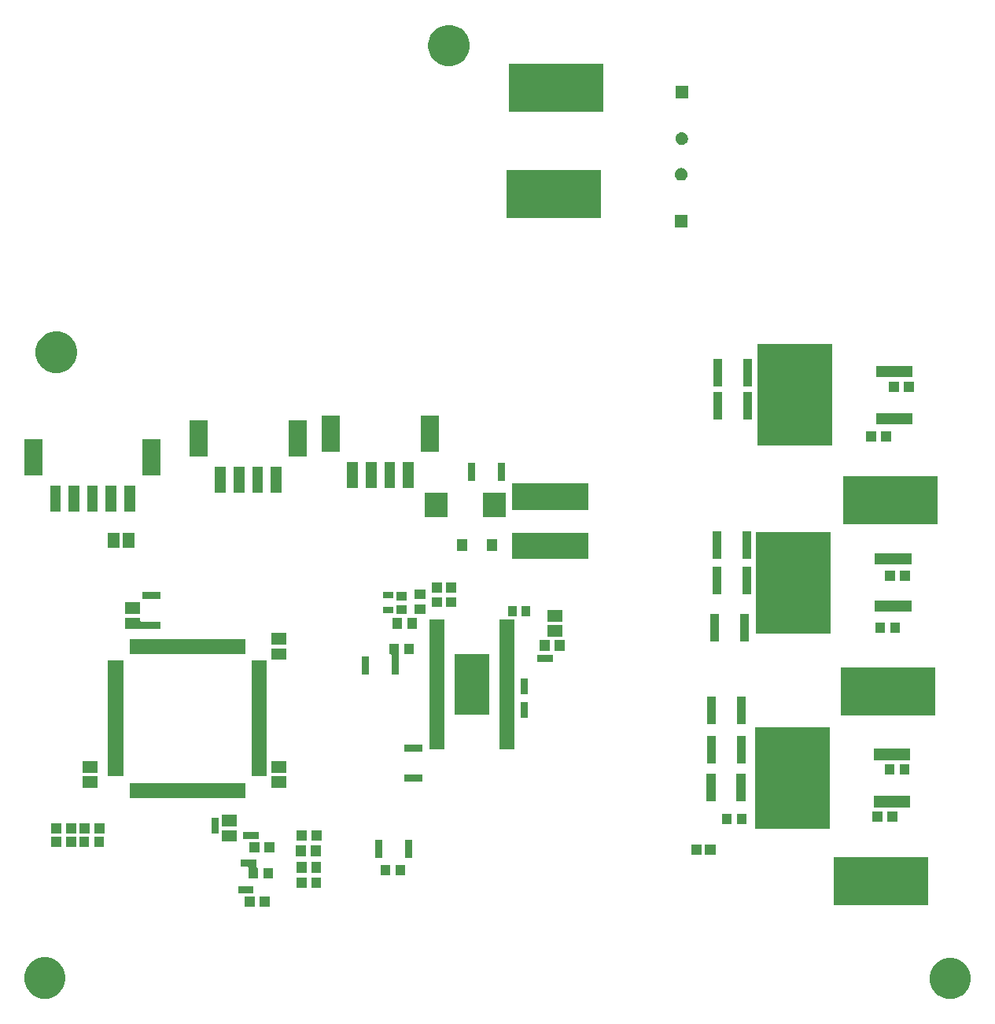
<source format=gbr>
G04 #@! TF.GenerationSoftware,KiCad,Pcbnew,5.1.4-e60b266~84~ubuntu19.04.1*
G04 #@! TF.CreationDate,2019-10-16T08:44:26-04:00*
G04 #@! TF.ProjectId,DSC_motor_controller,4453435f-6d6f-4746-9f72-5f636f6e7472,1*
G04 #@! TF.SameCoordinates,Original*
G04 #@! TF.FileFunction,Soldermask,Top*
G04 #@! TF.FilePolarity,Negative*
%FSLAX46Y46*%
G04 Gerber Fmt 4.6, Leading zero omitted, Abs format (unit mm)*
G04 Created by KiCad (PCBNEW 5.1.4-e60b266~84~ubuntu19.04.1) date 2019-10-16 08:44:26*
%MOMM*%
%LPD*%
G04 APERTURE LIST*
%ADD10C,0.100000*%
G04 APERTURE END LIST*
D10*
G36*
X186222841Y-136934458D02*
G01*
X186599359Y-137009351D01*
X187004501Y-137177167D01*
X187369120Y-137420797D01*
X187679203Y-137730880D01*
X187922833Y-138095499D01*
X188090649Y-138500641D01*
X188176200Y-138930738D01*
X188176200Y-139369262D01*
X188090649Y-139799359D01*
X187922833Y-140204501D01*
X187679203Y-140569120D01*
X187369120Y-140879203D01*
X187004501Y-141122833D01*
X186599359Y-141290649D01*
X186222841Y-141365542D01*
X186169263Y-141376200D01*
X185730737Y-141376200D01*
X185677159Y-141365542D01*
X185300641Y-141290649D01*
X184895499Y-141122833D01*
X184530880Y-140879203D01*
X184220797Y-140569120D01*
X183977167Y-140204501D01*
X183809351Y-139799359D01*
X183723800Y-139369262D01*
X183723800Y-138930738D01*
X183809351Y-138500641D01*
X183977167Y-138095499D01*
X184220797Y-137730880D01*
X184530880Y-137420797D01*
X184895499Y-137177167D01*
X185300641Y-137009351D01*
X185677159Y-136934458D01*
X185730737Y-136923800D01*
X186169263Y-136923800D01*
X186222841Y-136934458D01*
X186222841Y-136934458D01*
G37*
G36*
X88772841Y-136884458D02*
G01*
X89149359Y-136959351D01*
X89554501Y-137127167D01*
X89919120Y-137370797D01*
X90229203Y-137680880D01*
X90472833Y-138045499D01*
X90640649Y-138450641D01*
X90726200Y-138880738D01*
X90726200Y-139319262D01*
X90640649Y-139749359D01*
X90472833Y-140154501D01*
X90229203Y-140519120D01*
X89919120Y-140829203D01*
X89554501Y-141072833D01*
X89149359Y-141240649D01*
X88772841Y-141315542D01*
X88719263Y-141326200D01*
X88280737Y-141326200D01*
X88227159Y-141315542D01*
X87850641Y-141240649D01*
X87445499Y-141072833D01*
X87080880Y-140829203D01*
X86770797Y-140519120D01*
X86527167Y-140154501D01*
X86359351Y-139749359D01*
X86273800Y-139319262D01*
X86273800Y-138880738D01*
X86359351Y-138450641D01*
X86527167Y-138045499D01*
X86770797Y-137680880D01*
X87080880Y-137370797D01*
X87445499Y-137127167D01*
X87850641Y-136959351D01*
X88227159Y-136884458D01*
X88280737Y-136873800D01*
X88719263Y-136873800D01*
X88772841Y-136884458D01*
X88772841Y-136884458D01*
G37*
G36*
X111095200Y-131446200D02*
G01*
X110042800Y-131446200D01*
X110042800Y-130293800D01*
X111095200Y-130293800D01*
X111095200Y-131446200D01*
X111095200Y-131446200D01*
G37*
G36*
X112695200Y-131446200D02*
G01*
X111642800Y-131446200D01*
X111642800Y-130293800D01*
X112695200Y-130293800D01*
X112695200Y-131446200D01*
X112695200Y-131446200D01*
G37*
G36*
X183602700Y-131287200D02*
G01*
X173450300Y-131287200D01*
X173450300Y-126134800D01*
X183602700Y-126134800D01*
X183602700Y-131287200D01*
X183602700Y-131287200D01*
G37*
G36*
X110973200Y-129986200D02*
G01*
X109300800Y-129986200D01*
X109300800Y-129213800D01*
X110973200Y-129213800D01*
X110973200Y-129986200D01*
X110973200Y-129986200D01*
G37*
G36*
X116657700Y-129414200D02*
G01*
X115605300Y-129414200D01*
X115605300Y-128261800D01*
X116657700Y-128261800D01*
X116657700Y-129414200D01*
X116657700Y-129414200D01*
G37*
G36*
X118257700Y-129414200D02*
G01*
X117205300Y-129414200D01*
X117205300Y-128261800D01*
X118257700Y-128261800D01*
X118257700Y-129414200D01*
X118257700Y-129414200D01*
G37*
G36*
X113050700Y-128398200D02*
G01*
X111998300Y-128398200D01*
X111998300Y-127245800D01*
X113050700Y-127245800D01*
X113050700Y-128398200D01*
X113050700Y-128398200D01*
G37*
G36*
X111290700Y-127120801D02*
G01*
X111293102Y-127145187D01*
X111300215Y-127168636D01*
X111311766Y-127190247D01*
X111327311Y-127209189D01*
X111346253Y-127224734D01*
X111367864Y-127236285D01*
X111391313Y-127243398D01*
X111415699Y-127245800D01*
X111450700Y-127245800D01*
X111450700Y-128398200D01*
X110398300Y-128398200D01*
X110398300Y-127266399D01*
X110395898Y-127242013D01*
X110388785Y-127218564D01*
X110377234Y-127196953D01*
X110361689Y-127178011D01*
X110342747Y-127162466D01*
X110321136Y-127150915D01*
X110297687Y-127143802D01*
X110273301Y-127141400D01*
X109618300Y-127141400D01*
X109618300Y-126369000D01*
X111290700Y-126369000D01*
X111290700Y-127120801D01*
X111290700Y-127120801D01*
G37*
G36*
X125674700Y-128080700D02*
G01*
X124622300Y-128080700D01*
X124622300Y-126928300D01*
X125674700Y-126928300D01*
X125674700Y-128080700D01*
X125674700Y-128080700D01*
G37*
G36*
X127274700Y-128080700D02*
G01*
X126222300Y-128080700D01*
X126222300Y-126928300D01*
X127274700Y-126928300D01*
X127274700Y-128080700D01*
X127274700Y-128080700D01*
G37*
G36*
X118257700Y-127763200D02*
G01*
X117205300Y-127763200D01*
X117205300Y-126610800D01*
X118257700Y-126610800D01*
X118257700Y-127763200D01*
X118257700Y-127763200D01*
G37*
G36*
X116657700Y-127763200D02*
G01*
X115605300Y-127763200D01*
X115605300Y-126610800D01*
X116657700Y-126610800D01*
X116657700Y-127763200D01*
X116657700Y-127763200D01*
G37*
G36*
X128061700Y-126204700D02*
G01*
X127289300Y-126204700D01*
X127289300Y-124232300D01*
X128061700Y-124232300D01*
X128061700Y-126204700D01*
X128061700Y-126204700D01*
G37*
G36*
X124861700Y-126204700D02*
G01*
X124089300Y-126204700D01*
X124089300Y-124232300D01*
X124861700Y-124232300D01*
X124861700Y-126204700D01*
X124861700Y-126204700D01*
G37*
G36*
X118194200Y-125985200D02*
G01*
X117141800Y-125985200D01*
X117141800Y-124832800D01*
X118194200Y-124832800D01*
X118194200Y-125985200D01*
X118194200Y-125985200D01*
G37*
G36*
X116594200Y-125985200D02*
G01*
X115541800Y-125985200D01*
X115541800Y-124832800D01*
X116594200Y-124832800D01*
X116594200Y-125985200D01*
X116594200Y-125985200D01*
G37*
G36*
X159227200Y-125858200D02*
G01*
X158074800Y-125858200D01*
X158074800Y-124705800D01*
X159227200Y-124705800D01*
X159227200Y-125858200D01*
X159227200Y-125858200D01*
G37*
G36*
X160727200Y-125858200D02*
G01*
X159574800Y-125858200D01*
X159574800Y-124705800D01*
X160727200Y-124705800D01*
X160727200Y-125858200D01*
X160727200Y-125858200D01*
G37*
G36*
X111603200Y-125604200D02*
G01*
X110550800Y-125604200D01*
X110550800Y-124451800D01*
X111603200Y-124451800D01*
X111603200Y-125604200D01*
X111603200Y-125604200D01*
G37*
G36*
X113203200Y-125604200D02*
G01*
X112150800Y-125604200D01*
X112150800Y-124451800D01*
X113203200Y-124451800D01*
X113203200Y-125604200D01*
X113203200Y-125604200D01*
G37*
G36*
X91867200Y-125035308D02*
G01*
X90814800Y-125035308D01*
X90814800Y-123882908D01*
X91867200Y-123882908D01*
X91867200Y-125035308D01*
X91867200Y-125035308D01*
G37*
G36*
X90267200Y-125035308D02*
G01*
X89214800Y-125035308D01*
X89214800Y-123882908D01*
X90267200Y-123882908D01*
X90267200Y-125035308D01*
X90267200Y-125035308D01*
G37*
G36*
X93274697Y-125010308D02*
G01*
X92222297Y-125010308D01*
X92222297Y-123907908D01*
X93274697Y-123907908D01*
X93274697Y-125010308D01*
X93274697Y-125010308D01*
G37*
G36*
X94874697Y-125010308D02*
G01*
X93822297Y-125010308D01*
X93822297Y-123907908D01*
X94874697Y-123907908D01*
X94874697Y-125010308D01*
X94874697Y-125010308D01*
G37*
G36*
X109170200Y-124432200D02*
G01*
X107547800Y-124432200D01*
X107547800Y-123179800D01*
X109170200Y-123179800D01*
X109170200Y-124432200D01*
X109170200Y-124432200D01*
G37*
G36*
X116683200Y-124334200D02*
G01*
X115630800Y-124334200D01*
X115630800Y-123181800D01*
X116683200Y-123181800D01*
X116683200Y-124334200D01*
X116683200Y-124334200D01*
G37*
G36*
X118283200Y-124334200D02*
G01*
X117230800Y-124334200D01*
X117230800Y-123181800D01*
X118283200Y-123181800D01*
X118283200Y-124334200D01*
X118283200Y-124334200D01*
G37*
G36*
X111529200Y-124144200D02*
G01*
X109856800Y-124144200D01*
X109856800Y-123371800D01*
X111529200Y-123371800D01*
X111529200Y-124144200D01*
X111529200Y-124144200D01*
G37*
G36*
X90267200Y-123572200D02*
G01*
X89214800Y-123572200D01*
X89214800Y-122419800D01*
X90267200Y-122419800D01*
X90267200Y-123572200D01*
X90267200Y-123572200D01*
G37*
G36*
X91867200Y-123572200D02*
G01*
X90814800Y-123572200D01*
X90814800Y-122419800D01*
X91867200Y-122419800D01*
X91867200Y-123572200D01*
X91867200Y-123572200D01*
G37*
G36*
X94915200Y-123547200D02*
G01*
X93862800Y-123547200D01*
X93862800Y-122444800D01*
X94915200Y-122444800D01*
X94915200Y-123547200D01*
X94915200Y-123547200D01*
G37*
G36*
X93315200Y-123547200D02*
G01*
X92262800Y-123547200D01*
X92262800Y-122444800D01*
X93315200Y-122444800D01*
X93315200Y-123547200D01*
X93315200Y-123547200D01*
G37*
G36*
X107221200Y-123530200D02*
G01*
X106448800Y-123530200D01*
X106448800Y-121857800D01*
X107221200Y-121857800D01*
X107221200Y-123530200D01*
X107221200Y-123530200D01*
G37*
G36*
X172964200Y-123049700D02*
G01*
X164911800Y-123049700D01*
X164911800Y-112147300D01*
X172964200Y-112147300D01*
X172964200Y-123049700D01*
X172964200Y-123049700D01*
G37*
G36*
X109170200Y-122812200D02*
G01*
X107547800Y-122812200D01*
X107547800Y-121559800D01*
X109170200Y-121559800D01*
X109170200Y-122812200D01*
X109170200Y-122812200D01*
G37*
G36*
X164041200Y-122556200D02*
G01*
X162988800Y-122556200D01*
X162988800Y-121403800D01*
X164041200Y-121403800D01*
X164041200Y-122556200D01*
X164041200Y-122556200D01*
G37*
G36*
X162441200Y-122556200D02*
G01*
X161388800Y-122556200D01*
X161388800Y-121403800D01*
X162441200Y-121403800D01*
X162441200Y-122556200D01*
X162441200Y-122556200D01*
G37*
G36*
X180259200Y-122302200D02*
G01*
X179206800Y-122302200D01*
X179206800Y-121149800D01*
X180259200Y-121149800D01*
X180259200Y-122302200D01*
X180259200Y-122302200D01*
G37*
G36*
X178659200Y-122302200D02*
G01*
X177606800Y-122302200D01*
X177606800Y-121149800D01*
X178659200Y-121149800D01*
X178659200Y-122302200D01*
X178659200Y-122302200D01*
G37*
G36*
X181664200Y-120739700D02*
G01*
X177711800Y-120739700D01*
X177711800Y-119537300D01*
X181664200Y-119537300D01*
X181664200Y-120739700D01*
X181664200Y-120739700D01*
G37*
G36*
X163907200Y-120100700D02*
G01*
X162944800Y-120100700D01*
X162944800Y-117128300D01*
X163907200Y-117128300D01*
X163907200Y-120100700D01*
X163907200Y-120100700D01*
G37*
G36*
X160707200Y-120100700D02*
G01*
X159744800Y-120100700D01*
X159744800Y-117128300D01*
X160707200Y-117128300D01*
X160707200Y-120100700D01*
X160707200Y-120100700D01*
G37*
G36*
X110076700Y-119736700D02*
G01*
X97624300Y-119736700D01*
X97624300Y-118109300D01*
X110076700Y-118109300D01*
X110076700Y-119736700D01*
X110076700Y-119736700D01*
G37*
G36*
X114504200Y-118638200D02*
G01*
X112881800Y-118638200D01*
X112881800Y-117385800D01*
X114504200Y-117385800D01*
X114504200Y-118638200D01*
X114504200Y-118638200D01*
G37*
G36*
X94184200Y-118638200D02*
G01*
X92561800Y-118638200D01*
X92561800Y-117385800D01*
X94184200Y-117385800D01*
X94184200Y-118638200D01*
X94184200Y-118638200D01*
G37*
G36*
X129157200Y-117946200D02*
G01*
X127184800Y-117946200D01*
X127184800Y-117173800D01*
X129157200Y-117173800D01*
X129157200Y-117946200D01*
X129157200Y-117946200D01*
G37*
G36*
X112402200Y-117411200D02*
G01*
X110774800Y-117411200D01*
X110774800Y-104958800D01*
X112402200Y-104958800D01*
X112402200Y-117411200D01*
X112402200Y-117411200D01*
G37*
G36*
X96926200Y-117411200D02*
G01*
X95298800Y-117411200D01*
X95298800Y-104958800D01*
X96926200Y-104958800D01*
X96926200Y-117411200D01*
X96926200Y-117411200D01*
G37*
G36*
X179967200Y-117222200D02*
G01*
X178914800Y-117222200D01*
X178914800Y-116069800D01*
X179967200Y-116069800D01*
X179967200Y-117222200D01*
X179967200Y-117222200D01*
G37*
G36*
X181567200Y-117222200D02*
G01*
X180514800Y-117222200D01*
X180514800Y-116069800D01*
X181567200Y-116069800D01*
X181567200Y-117222200D01*
X181567200Y-117222200D01*
G37*
G36*
X114504200Y-117018200D02*
G01*
X112881800Y-117018200D01*
X112881800Y-115765800D01*
X114504200Y-115765800D01*
X114504200Y-117018200D01*
X114504200Y-117018200D01*
G37*
G36*
X94184200Y-117018200D02*
G01*
X92561800Y-117018200D01*
X92561800Y-115765800D01*
X94184200Y-115765800D01*
X94184200Y-117018200D01*
X94184200Y-117018200D01*
G37*
G36*
X160758200Y-116036700D02*
G01*
X159795800Y-116036700D01*
X159795800Y-113064300D01*
X160758200Y-113064300D01*
X160758200Y-116036700D01*
X160758200Y-116036700D01*
G37*
G36*
X163958200Y-116036700D02*
G01*
X162995800Y-116036700D01*
X162995800Y-113064300D01*
X163958200Y-113064300D01*
X163958200Y-116036700D01*
X163958200Y-116036700D01*
G37*
G36*
X181664200Y-115659700D02*
G01*
X177711800Y-115659700D01*
X177711800Y-114457300D01*
X181664200Y-114457300D01*
X181664200Y-115659700D01*
X181664200Y-115659700D01*
G37*
G36*
X129157200Y-114746200D02*
G01*
X127184800Y-114746200D01*
X127184800Y-113973800D01*
X129157200Y-113973800D01*
X129157200Y-114746200D01*
X129157200Y-114746200D01*
G37*
G36*
X131503027Y-114478200D02*
G01*
X129875627Y-114478200D01*
X129875627Y-100525800D01*
X131503027Y-100525800D01*
X131503027Y-114478200D01*
X131503027Y-114478200D01*
G37*
G36*
X139079027Y-114478200D02*
G01*
X137451627Y-114478200D01*
X137451627Y-100525800D01*
X139079027Y-100525800D01*
X139079027Y-114478200D01*
X139079027Y-114478200D01*
G37*
G36*
X163958200Y-111782200D02*
G01*
X162995800Y-111782200D01*
X162995800Y-108809800D01*
X163958200Y-108809800D01*
X163958200Y-111782200D01*
X163958200Y-111782200D01*
G37*
G36*
X160758200Y-111782200D02*
G01*
X159795800Y-111782200D01*
X159795800Y-108809800D01*
X160758200Y-108809800D01*
X160758200Y-111782200D01*
X160758200Y-111782200D01*
G37*
G36*
X140495200Y-111084200D02*
G01*
X139722800Y-111084200D01*
X139722800Y-109411800D01*
X140495200Y-109411800D01*
X140495200Y-111084200D01*
X140495200Y-111084200D01*
G37*
G36*
X184301200Y-110840200D02*
G01*
X174148800Y-110840200D01*
X174148800Y-105687800D01*
X184301200Y-105687800D01*
X184301200Y-110840200D01*
X184301200Y-110840200D01*
G37*
G36*
X136358527Y-110753200D02*
G01*
X132596127Y-110753200D01*
X132596127Y-104250800D01*
X136358527Y-104250800D01*
X136358527Y-110753200D01*
X136358527Y-110753200D01*
G37*
G36*
X140495200Y-108544200D02*
G01*
X139722800Y-108544200D01*
X139722800Y-106871800D01*
X140495200Y-106871800D01*
X140495200Y-108544200D01*
X140495200Y-108544200D01*
G37*
G36*
X126627200Y-104317741D02*
G01*
X126622266Y-104323753D01*
X126610715Y-104345364D01*
X126603602Y-104368813D01*
X126601200Y-104393199D01*
X126601200Y-106456200D01*
X125828800Y-106456200D01*
X125828800Y-104393199D01*
X125826398Y-104368813D01*
X125819285Y-104345364D01*
X125807734Y-104323753D01*
X125792189Y-104304811D01*
X125773247Y-104289266D01*
X125751636Y-104277715D01*
X125728187Y-104270602D01*
X125703801Y-104268200D01*
X125574800Y-104268200D01*
X125574800Y-103115800D01*
X126627200Y-103115800D01*
X126627200Y-104317741D01*
X126627200Y-104317741D01*
G37*
G36*
X123401200Y-106456200D02*
G01*
X122628800Y-106456200D01*
X122628800Y-104483800D01*
X123401200Y-104483800D01*
X123401200Y-106456200D01*
X123401200Y-106456200D01*
G37*
G36*
X143183200Y-105094200D02*
G01*
X141510800Y-105094200D01*
X141510800Y-104321800D01*
X143183200Y-104321800D01*
X143183200Y-105094200D01*
X143183200Y-105094200D01*
G37*
G36*
X114504200Y-104874200D02*
G01*
X112881800Y-104874200D01*
X112881800Y-103621800D01*
X114504200Y-103621800D01*
X114504200Y-104874200D01*
X114504200Y-104874200D01*
G37*
G36*
X128227200Y-104268200D02*
G01*
X127174800Y-104268200D01*
X127174800Y-103115800D01*
X128227200Y-103115800D01*
X128227200Y-104268200D01*
X128227200Y-104268200D01*
G37*
G36*
X110076700Y-104260700D02*
G01*
X97624300Y-104260700D01*
X97624300Y-102633300D01*
X110076700Y-102633300D01*
X110076700Y-104260700D01*
X110076700Y-104260700D01*
G37*
G36*
X144445200Y-103887200D02*
G01*
X143392800Y-103887200D01*
X143392800Y-102734800D01*
X144445200Y-102734800D01*
X144445200Y-103887200D01*
X144445200Y-103887200D01*
G37*
G36*
X142845200Y-103887200D02*
G01*
X141792800Y-103887200D01*
X141792800Y-102734800D01*
X142845200Y-102734800D01*
X142845200Y-103887200D01*
X142845200Y-103887200D01*
G37*
G36*
X114504200Y-103254200D02*
G01*
X112881800Y-103254200D01*
X112881800Y-102001800D01*
X114504200Y-102001800D01*
X114504200Y-103254200D01*
X114504200Y-103254200D01*
G37*
G36*
X164288200Y-102892200D02*
G01*
X163325800Y-102892200D01*
X163325800Y-99919800D01*
X164288200Y-99919800D01*
X164288200Y-102892200D01*
X164288200Y-102892200D01*
G37*
G36*
X161088200Y-102892200D02*
G01*
X160125800Y-102892200D01*
X160125800Y-99919800D01*
X161088200Y-99919800D01*
X161088200Y-102892200D01*
X161088200Y-102892200D01*
G37*
G36*
X144222200Y-102382200D02*
G01*
X142599800Y-102382200D01*
X142599800Y-101129800D01*
X144222200Y-101129800D01*
X144222200Y-102382200D01*
X144222200Y-102382200D01*
G37*
G36*
X173098200Y-102031200D02*
G01*
X165045800Y-102031200D01*
X165045800Y-91128800D01*
X173098200Y-91128800D01*
X173098200Y-102031200D01*
X173098200Y-102031200D01*
G37*
G36*
X178951200Y-101982200D02*
G01*
X177898800Y-101982200D01*
X177898800Y-100829800D01*
X178951200Y-100829800D01*
X178951200Y-101982200D01*
X178951200Y-101982200D01*
G37*
G36*
X180551200Y-101982200D02*
G01*
X179498800Y-101982200D01*
X179498800Y-100829800D01*
X180551200Y-100829800D01*
X180551200Y-101982200D01*
X180551200Y-101982200D01*
G37*
G36*
X98756200Y-100640801D02*
G01*
X98758602Y-100665187D01*
X98765715Y-100688636D01*
X98777266Y-100710247D01*
X98792811Y-100729189D01*
X98811753Y-100744734D01*
X98833364Y-100756285D01*
X98856813Y-100763398D01*
X98881199Y-100765800D01*
X100963200Y-100765800D01*
X100963200Y-101538200D01*
X98881199Y-101538200D01*
X98856813Y-101540602D01*
X98833364Y-101547715D01*
X98811753Y-101559266D01*
X98795993Y-101572200D01*
X97133800Y-101572200D01*
X97133800Y-100319800D01*
X98756200Y-100319800D01*
X98756200Y-100640801D01*
X98756200Y-100640801D01*
G37*
G36*
X128570200Y-101537700D02*
G01*
X127517800Y-101537700D01*
X127517800Y-100385300D01*
X128570200Y-100385300D01*
X128570200Y-101537700D01*
X128570200Y-101537700D01*
G37*
G36*
X126970200Y-101537700D02*
G01*
X125917800Y-101537700D01*
X125917800Y-100385300D01*
X126970200Y-100385300D01*
X126970200Y-101537700D01*
X126970200Y-101537700D01*
G37*
G36*
X144222200Y-100762200D02*
G01*
X142599800Y-100762200D01*
X142599800Y-99509800D01*
X144222200Y-99509800D01*
X144222200Y-100762200D01*
X144222200Y-100762200D01*
G37*
G36*
X140705200Y-100194200D02*
G01*
X139772800Y-100194200D01*
X139772800Y-99061800D01*
X140705200Y-99061800D01*
X140705200Y-100194200D01*
X140705200Y-100194200D01*
G37*
G36*
X139305200Y-100194200D02*
G01*
X138372800Y-100194200D01*
X138372800Y-99061800D01*
X139305200Y-99061800D01*
X139305200Y-100194200D01*
X139305200Y-100194200D01*
G37*
G36*
X98756200Y-99952200D02*
G01*
X97133800Y-99952200D01*
X97133800Y-98699800D01*
X98756200Y-98699800D01*
X98756200Y-99952200D01*
X98756200Y-99952200D01*
G37*
G36*
X129445700Y-99938200D02*
G01*
X128293300Y-99938200D01*
X128293300Y-98885800D01*
X129445700Y-98885800D01*
X129445700Y-99938200D01*
X129445700Y-99938200D01*
G37*
G36*
X127467200Y-99905200D02*
G01*
X126334800Y-99905200D01*
X126334800Y-98972800D01*
X127467200Y-98972800D01*
X127467200Y-99905200D01*
X127467200Y-99905200D01*
G37*
G36*
X125986700Y-99885200D02*
G01*
X124894300Y-99885200D01*
X124894300Y-99192800D01*
X125986700Y-99192800D01*
X125986700Y-99885200D01*
X125986700Y-99885200D01*
G37*
G36*
X181798200Y-99721200D02*
G01*
X177845800Y-99721200D01*
X177845800Y-98518800D01*
X181798200Y-98518800D01*
X181798200Y-99721200D01*
X181798200Y-99721200D01*
G37*
G36*
X132811200Y-99214200D02*
G01*
X131658800Y-99214200D01*
X131658800Y-98161800D01*
X132811200Y-98161800D01*
X132811200Y-99214200D01*
X132811200Y-99214200D01*
G37*
G36*
X131287200Y-99214200D02*
G01*
X130134800Y-99214200D01*
X130134800Y-98161800D01*
X131287200Y-98161800D01*
X131287200Y-99214200D01*
X131287200Y-99214200D01*
G37*
G36*
X127467200Y-98505200D02*
G01*
X126334800Y-98505200D01*
X126334800Y-97572800D01*
X127467200Y-97572800D01*
X127467200Y-98505200D01*
X127467200Y-98505200D01*
G37*
G36*
X129445700Y-98338200D02*
G01*
X128293300Y-98338200D01*
X128293300Y-97285800D01*
X129445700Y-97285800D01*
X129445700Y-98338200D01*
X129445700Y-98338200D01*
G37*
G36*
X100963200Y-98338200D02*
G01*
X98990800Y-98338200D01*
X98990800Y-97565800D01*
X100963200Y-97565800D01*
X100963200Y-98338200D01*
X100963200Y-98338200D01*
G37*
G36*
X125986700Y-98285200D02*
G01*
X124894300Y-98285200D01*
X124894300Y-97592800D01*
X125986700Y-97592800D01*
X125986700Y-98285200D01*
X125986700Y-98285200D01*
G37*
G36*
X161342200Y-97812200D02*
G01*
X160379800Y-97812200D01*
X160379800Y-94839800D01*
X161342200Y-94839800D01*
X161342200Y-97812200D01*
X161342200Y-97812200D01*
G37*
G36*
X164542200Y-97812200D02*
G01*
X163579800Y-97812200D01*
X163579800Y-94839800D01*
X164542200Y-94839800D01*
X164542200Y-97812200D01*
X164542200Y-97812200D01*
G37*
G36*
X131287200Y-97614200D02*
G01*
X130134800Y-97614200D01*
X130134800Y-96561800D01*
X131287200Y-96561800D01*
X131287200Y-97614200D01*
X131287200Y-97614200D01*
G37*
G36*
X132811200Y-97614200D02*
G01*
X131658800Y-97614200D01*
X131658800Y-96561800D01*
X132811200Y-96561800D01*
X132811200Y-97614200D01*
X132811200Y-97614200D01*
G37*
G36*
X180005200Y-96394200D02*
G01*
X178952800Y-96394200D01*
X178952800Y-95241800D01*
X180005200Y-95241800D01*
X180005200Y-96394200D01*
X180005200Y-96394200D01*
G37*
G36*
X181605200Y-96394200D02*
G01*
X180552800Y-96394200D01*
X180552800Y-95241800D01*
X181605200Y-95241800D01*
X181605200Y-96394200D01*
X181605200Y-96394200D01*
G37*
G36*
X181798200Y-94641200D02*
G01*
X177845800Y-94641200D01*
X177845800Y-93438800D01*
X181798200Y-93438800D01*
X181798200Y-94641200D01*
X181798200Y-94641200D01*
G37*
G36*
X146979200Y-94052200D02*
G01*
X138826800Y-94052200D01*
X138826800Y-91199800D01*
X146979200Y-91199800D01*
X146979200Y-94052200D01*
X146979200Y-94052200D01*
G37*
G36*
X164542200Y-94002200D02*
G01*
X163579800Y-94002200D01*
X163579800Y-91029800D01*
X164542200Y-91029800D01*
X164542200Y-94002200D01*
X164542200Y-94002200D01*
G37*
G36*
X161342200Y-94002200D02*
G01*
X160379800Y-94002200D01*
X160379800Y-91029800D01*
X161342200Y-91029800D01*
X161342200Y-94002200D01*
X161342200Y-94002200D01*
G37*
G36*
X133965200Y-93132200D02*
G01*
X132892800Y-93132200D01*
X132892800Y-91899800D01*
X133965200Y-91899800D01*
X133965200Y-93132200D01*
X133965200Y-93132200D01*
G37*
G36*
X137165200Y-93132200D02*
G01*
X136092800Y-93132200D01*
X136092800Y-91899800D01*
X137165200Y-91899800D01*
X137165200Y-93132200D01*
X137165200Y-93132200D01*
G37*
G36*
X98159200Y-92819200D02*
G01*
X96906800Y-92819200D01*
X96906800Y-91196800D01*
X98159200Y-91196800D01*
X98159200Y-92819200D01*
X98159200Y-92819200D01*
G37*
G36*
X96539200Y-92819200D02*
G01*
X95286800Y-92819200D01*
X95286800Y-91196800D01*
X96539200Y-91196800D01*
X96539200Y-92819200D01*
X96539200Y-92819200D01*
G37*
G36*
X184555200Y-90266200D02*
G01*
X174402800Y-90266200D01*
X174402800Y-85113800D01*
X184555200Y-85113800D01*
X184555200Y-90266200D01*
X184555200Y-90266200D01*
G37*
G36*
X131885200Y-89499200D02*
G01*
X129432800Y-89499200D01*
X129432800Y-86896800D01*
X131885200Y-86896800D01*
X131885200Y-89499200D01*
X131885200Y-89499200D01*
G37*
G36*
X138085200Y-89499200D02*
G01*
X135632800Y-89499200D01*
X135632800Y-86896800D01*
X138085200Y-86896800D01*
X138085200Y-89499200D01*
X138085200Y-89499200D01*
G37*
G36*
X92203200Y-88956200D02*
G01*
X91050800Y-88956200D01*
X91050800Y-86103800D01*
X92203200Y-86103800D01*
X92203200Y-88956200D01*
X92203200Y-88956200D01*
G37*
G36*
X90203200Y-88956200D02*
G01*
X89050800Y-88956200D01*
X89050800Y-86103800D01*
X90203200Y-86103800D01*
X90203200Y-88956200D01*
X90203200Y-88956200D01*
G37*
G36*
X94203200Y-88956200D02*
G01*
X93050800Y-88956200D01*
X93050800Y-86103800D01*
X94203200Y-86103800D01*
X94203200Y-88956200D01*
X94203200Y-88956200D01*
G37*
G36*
X98203200Y-88956200D02*
G01*
X97050800Y-88956200D01*
X97050800Y-86103800D01*
X98203200Y-86103800D01*
X98203200Y-88956200D01*
X98203200Y-88956200D01*
G37*
G36*
X96203200Y-88956200D02*
G01*
X95050800Y-88956200D01*
X95050800Y-86103800D01*
X96203200Y-86103800D01*
X96203200Y-88956200D01*
X96203200Y-88956200D01*
G37*
G36*
X146979200Y-88752200D02*
G01*
X138826800Y-88752200D01*
X138826800Y-85899800D01*
X146979200Y-85899800D01*
X146979200Y-88752200D01*
X146979200Y-88752200D01*
G37*
G36*
X111967200Y-86930200D02*
G01*
X110814800Y-86930200D01*
X110814800Y-84077800D01*
X111967200Y-84077800D01*
X111967200Y-86930200D01*
X111967200Y-86930200D01*
G37*
G36*
X107967200Y-86930200D02*
G01*
X106814800Y-86930200D01*
X106814800Y-84077800D01*
X107967200Y-84077800D01*
X107967200Y-86930200D01*
X107967200Y-86930200D01*
G37*
G36*
X109967200Y-86930200D02*
G01*
X108814800Y-86930200D01*
X108814800Y-84077800D01*
X109967200Y-84077800D01*
X109967200Y-86930200D01*
X109967200Y-86930200D01*
G37*
G36*
X113967200Y-86930200D02*
G01*
X112814800Y-86930200D01*
X112814800Y-84077800D01*
X113967200Y-84077800D01*
X113967200Y-86930200D01*
X113967200Y-86930200D01*
G37*
G36*
X128191200Y-86422200D02*
G01*
X127038800Y-86422200D01*
X127038800Y-83569800D01*
X128191200Y-83569800D01*
X128191200Y-86422200D01*
X128191200Y-86422200D01*
G37*
G36*
X126191200Y-86422200D02*
G01*
X125038800Y-86422200D01*
X125038800Y-83569800D01*
X126191200Y-83569800D01*
X126191200Y-86422200D01*
X126191200Y-86422200D01*
G37*
G36*
X122191200Y-86422200D02*
G01*
X121038800Y-86422200D01*
X121038800Y-83569800D01*
X122191200Y-83569800D01*
X122191200Y-86422200D01*
X122191200Y-86422200D01*
G37*
G36*
X124191200Y-86422200D02*
G01*
X123038800Y-86422200D01*
X123038800Y-83569800D01*
X124191200Y-83569800D01*
X124191200Y-86422200D01*
X124191200Y-86422200D01*
G37*
G36*
X138031200Y-85628200D02*
G01*
X137258800Y-85628200D01*
X137258800Y-83655800D01*
X138031200Y-83655800D01*
X138031200Y-85628200D01*
X138031200Y-85628200D01*
G37*
G36*
X134831200Y-85628200D02*
G01*
X134058800Y-85628200D01*
X134058800Y-83655800D01*
X134831200Y-83655800D01*
X134831200Y-85628200D01*
X134831200Y-85628200D01*
G37*
G36*
X100953200Y-85056200D02*
G01*
X99000800Y-85056200D01*
X99000800Y-81103800D01*
X100953200Y-81103800D01*
X100953200Y-85056200D01*
X100953200Y-85056200D01*
G37*
G36*
X88253200Y-85056200D02*
G01*
X86300800Y-85056200D01*
X86300800Y-81103800D01*
X88253200Y-81103800D01*
X88253200Y-85056200D01*
X88253200Y-85056200D01*
G37*
G36*
X116717200Y-83030200D02*
G01*
X114764800Y-83030200D01*
X114764800Y-79077800D01*
X116717200Y-79077800D01*
X116717200Y-83030200D01*
X116717200Y-83030200D01*
G37*
G36*
X106017200Y-83030200D02*
G01*
X104064800Y-83030200D01*
X104064800Y-79077800D01*
X106017200Y-79077800D01*
X106017200Y-83030200D01*
X106017200Y-83030200D01*
G37*
G36*
X130941200Y-82522200D02*
G01*
X128988800Y-82522200D01*
X128988800Y-78569800D01*
X130941200Y-78569800D01*
X130941200Y-82522200D01*
X130941200Y-82522200D01*
G37*
G36*
X120241200Y-82522200D02*
G01*
X118288800Y-82522200D01*
X118288800Y-78569800D01*
X120241200Y-78569800D01*
X120241200Y-82522200D01*
X120241200Y-82522200D01*
G37*
G36*
X173225200Y-81838200D02*
G01*
X165172800Y-81838200D01*
X165172800Y-70935800D01*
X173225200Y-70935800D01*
X173225200Y-81838200D01*
X173225200Y-81838200D01*
G37*
G36*
X179573200Y-81408200D02*
G01*
X178520800Y-81408200D01*
X178520800Y-80255800D01*
X179573200Y-80255800D01*
X179573200Y-81408200D01*
X179573200Y-81408200D01*
G37*
G36*
X177973200Y-81408200D02*
G01*
X176920800Y-81408200D01*
X176920800Y-80255800D01*
X177973200Y-80255800D01*
X177973200Y-81408200D01*
X177973200Y-81408200D01*
G37*
G36*
X181925200Y-79528200D02*
G01*
X177972800Y-79528200D01*
X177972800Y-78325800D01*
X181925200Y-78325800D01*
X181925200Y-79528200D01*
X181925200Y-79528200D01*
G37*
G36*
X161418200Y-79016200D02*
G01*
X160455800Y-79016200D01*
X160455800Y-76043800D01*
X161418200Y-76043800D01*
X161418200Y-79016200D01*
X161418200Y-79016200D01*
G37*
G36*
X164618200Y-79016200D02*
G01*
X163655800Y-79016200D01*
X163655800Y-76043800D01*
X164618200Y-76043800D01*
X164618200Y-79016200D01*
X164618200Y-79016200D01*
G37*
G36*
X182037200Y-76074200D02*
G01*
X180984800Y-76074200D01*
X180984800Y-74921800D01*
X182037200Y-74921800D01*
X182037200Y-76074200D01*
X182037200Y-76074200D01*
G37*
G36*
X180437200Y-76074200D02*
G01*
X179384800Y-76074200D01*
X179384800Y-74921800D01*
X180437200Y-74921800D01*
X180437200Y-76074200D01*
X180437200Y-76074200D01*
G37*
G36*
X161418200Y-75460200D02*
G01*
X160455800Y-75460200D01*
X160455800Y-72487800D01*
X161418200Y-72487800D01*
X161418200Y-75460200D01*
X161418200Y-75460200D01*
G37*
G36*
X164618200Y-75460200D02*
G01*
X163655800Y-75460200D01*
X163655800Y-72487800D01*
X164618200Y-72487800D01*
X164618200Y-75460200D01*
X164618200Y-75460200D01*
G37*
G36*
X181925200Y-74448200D02*
G01*
X177972800Y-74448200D01*
X177972800Y-73245800D01*
X181925200Y-73245800D01*
X181925200Y-74448200D01*
X181925200Y-74448200D01*
G37*
G36*
X90022841Y-69584458D02*
G01*
X90399359Y-69659351D01*
X90804501Y-69827167D01*
X91169120Y-70070797D01*
X91479203Y-70380880D01*
X91722833Y-70745499D01*
X91890649Y-71150641D01*
X91976200Y-71580738D01*
X91976200Y-72019262D01*
X91890649Y-72449359D01*
X91722833Y-72854501D01*
X91479203Y-73219120D01*
X91169120Y-73529203D01*
X90804501Y-73772833D01*
X90399359Y-73940649D01*
X90022841Y-74015542D01*
X89969263Y-74026200D01*
X89530737Y-74026200D01*
X89477159Y-74015542D01*
X89100641Y-73940649D01*
X88695499Y-73772833D01*
X88330880Y-73529203D01*
X88020797Y-73219120D01*
X87777167Y-72854501D01*
X87609351Y-72449359D01*
X87523800Y-72019262D01*
X87523800Y-71580738D01*
X87609351Y-71150641D01*
X87777167Y-70745499D01*
X88020797Y-70380880D01*
X88330880Y-70070797D01*
X88695499Y-69827167D01*
X89100641Y-69659351D01*
X89477159Y-69584458D01*
X89530737Y-69573800D01*
X89969263Y-69573800D01*
X90022841Y-69584458D01*
X90022841Y-69584458D01*
G37*
G36*
X157676200Y-58326200D02*
G01*
X156323800Y-58326200D01*
X156323800Y-56973800D01*
X157676200Y-56973800D01*
X157676200Y-58326200D01*
X157676200Y-58326200D01*
G37*
G36*
X148351200Y-57351200D02*
G01*
X138198800Y-57351200D01*
X138198800Y-52198800D01*
X148351200Y-52198800D01*
X148351200Y-57351200D01*
X148351200Y-57351200D01*
G37*
G36*
X157197240Y-51999785D02*
G01*
X157320299Y-52050758D01*
X157320301Y-52050759D01*
X157431052Y-52124761D01*
X157525239Y-52218948D01*
X157599242Y-52329701D01*
X157650215Y-52452760D01*
X157676200Y-52583399D01*
X157676200Y-52716601D01*
X157650215Y-52847240D01*
X157599242Y-52970299D01*
X157599241Y-52970301D01*
X157525239Y-53081052D01*
X157431052Y-53175239D01*
X157320301Y-53249241D01*
X157320300Y-53249242D01*
X157320299Y-53249242D01*
X157197240Y-53300215D01*
X157066601Y-53326200D01*
X156933399Y-53326200D01*
X156802760Y-53300215D01*
X156679701Y-53249242D01*
X156679700Y-53249242D01*
X156679699Y-53249241D01*
X156568948Y-53175239D01*
X156474761Y-53081052D01*
X156400759Y-52970301D01*
X156400758Y-52970299D01*
X156349785Y-52847240D01*
X156323800Y-52716601D01*
X156323800Y-52583399D01*
X156349785Y-52452760D01*
X156400758Y-52329701D01*
X156474761Y-52218948D01*
X156568948Y-52124761D01*
X156679699Y-52050759D01*
X156679701Y-52050758D01*
X156802760Y-51999785D01*
X156933399Y-51973800D01*
X157066601Y-51973800D01*
X157197240Y-51999785D01*
X157197240Y-51999785D01*
G37*
G36*
X157247240Y-48149785D02*
G01*
X157370299Y-48200758D01*
X157370301Y-48200759D01*
X157481052Y-48274761D01*
X157575239Y-48368948D01*
X157649242Y-48479701D01*
X157700215Y-48602760D01*
X157726200Y-48733399D01*
X157726200Y-48866601D01*
X157700215Y-48997240D01*
X157649242Y-49120299D01*
X157649241Y-49120301D01*
X157575239Y-49231052D01*
X157481052Y-49325239D01*
X157370301Y-49399241D01*
X157370300Y-49399242D01*
X157370299Y-49399242D01*
X157247240Y-49450215D01*
X157116601Y-49476200D01*
X156983399Y-49476200D01*
X156852760Y-49450215D01*
X156729701Y-49399242D01*
X156729700Y-49399242D01*
X156729699Y-49399241D01*
X156618948Y-49325239D01*
X156524761Y-49231052D01*
X156450759Y-49120301D01*
X156450758Y-49120299D01*
X156399785Y-48997240D01*
X156373800Y-48866601D01*
X156373800Y-48733399D01*
X156399785Y-48602760D01*
X156450758Y-48479701D01*
X156524761Y-48368948D01*
X156618948Y-48274761D01*
X156729699Y-48200759D01*
X156729701Y-48200758D01*
X156852760Y-48149785D01*
X156983399Y-48123800D01*
X157116601Y-48123800D01*
X157247240Y-48149785D01*
X157247240Y-48149785D01*
G37*
G36*
X148601200Y-45926200D02*
G01*
X138448800Y-45926200D01*
X138448800Y-40773800D01*
X148601200Y-40773800D01*
X148601200Y-45926200D01*
X148601200Y-45926200D01*
G37*
G36*
X157726200Y-44476200D02*
G01*
X156373800Y-44476200D01*
X156373800Y-43123800D01*
X157726200Y-43123800D01*
X157726200Y-44476200D01*
X157726200Y-44476200D01*
G37*
G36*
X132272841Y-36584458D02*
G01*
X132649359Y-36659351D01*
X133054501Y-36827167D01*
X133419120Y-37070797D01*
X133729203Y-37380880D01*
X133972833Y-37745499D01*
X134140649Y-38150641D01*
X134226200Y-38580738D01*
X134226200Y-39019262D01*
X134140649Y-39449359D01*
X133972833Y-39854501D01*
X133729203Y-40219120D01*
X133419120Y-40529203D01*
X133054501Y-40772833D01*
X132649359Y-40940649D01*
X132272841Y-41015542D01*
X132219263Y-41026200D01*
X131780737Y-41026200D01*
X131727159Y-41015542D01*
X131350641Y-40940649D01*
X130945499Y-40772833D01*
X130580880Y-40529203D01*
X130270797Y-40219120D01*
X130027167Y-39854501D01*
X129859351Y-39449359D01*
X129773800Y-39019262D01*
X129773800Y-38580738D01*
X129859351Y-38150641D01*
X130027167Y-37745499D01*
X130270797Y-37380880D01*
X130580880Y-37070797D01*
X130945499Y-36827167D01*
X131350641Y-36659351D01*
X131727159Y-36584458D01*
X131780737Y-36573800D01*
X132219263Y-36573800D01*
X132272841Y-36584458D01*
X132272841Y-36584458D01*
G37*
M02*

</source>
